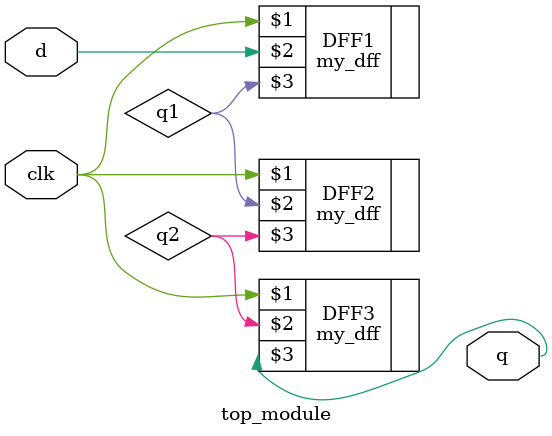
<source format=v>
module top_module ( input clk, input d, output q );
    wire q1,q2;
    my_dff DFF1(clk,d,q1);
    my_dff DFF2(clk,q1,q2);
    my_dff DFF3(clk,q2,q);
    
endmodule

</source>
